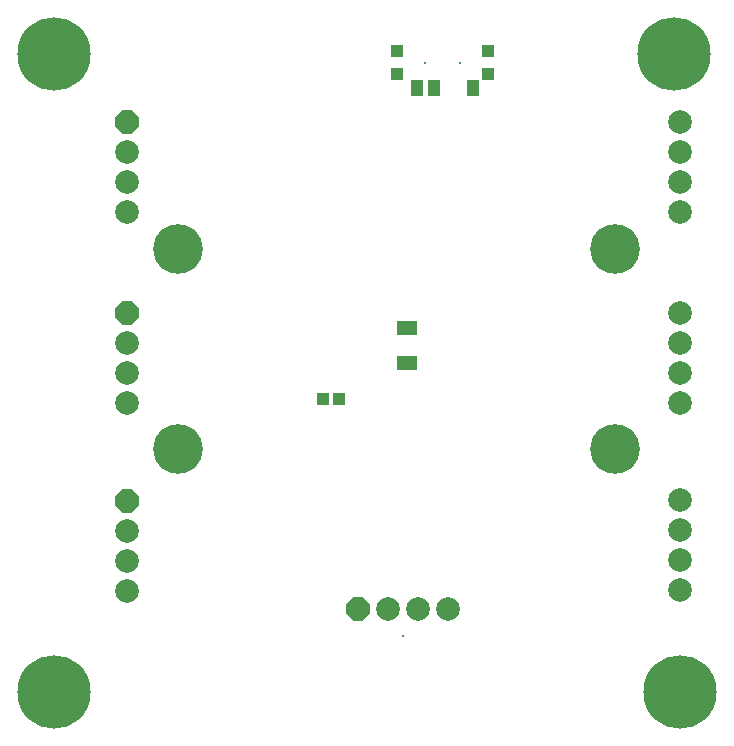
<source format=gts>
G04 Layer_Color=8388736*
%FSLAX44Y44*%
%MOMM*%
G71*
G01*
G75*
%ADD25R,1.0532X1.0532*%
%ADD26R,1.8032X1.2032*%
%ADD27R,1.0032X1.1032*%
%ADD28R,1.1032X1.4532*%
%ADD29P,2.1683X8X292.5*%
%ADD30C,2.0032*%
G04:AMPARAMS|DCode=31|XSize=0.2032mm|YSize=0.2032mm|CornerRadius=0mm|HoleSize=0mm|Usage=FLASHONLY|Rotation=0.000|XOffset=0mm|YOffset=0mm|HoleType=Round|Shape=RoundedRectangle|*
%AMROUNDEDRECTD31*
21,1,0.2032,0.2032,0,0,0.0*
21,1,0.2032,0.2032,0,0,0.0*
1,1,0.0000,0.1016,-0.1016*
1,1,0.0000,-0.1016,-0.1016*
1,1,0.0000,-0.1016,0.1016*
1,1,0.0000,0.1016,0.1016*
%
%ADD31ROUNDEDRECTD31*%
%ADD32P,2.1683X8X22.5*%
%ADD33C,0.2032*%
%ADD34C,4.2032*%
%ADD35C,6.2032*%
D25*
X281250Y298000D02*
D03*
X267250D02*
D03*
D26*
X339000Y358000D02*
D03*
Y328000D02*
D03*
D27*
X407510Y572500D02*
D03*
Y592500D02*
D03*
X330510Y572500D02*
D03*
Y592500D02*
D03*
D28*
X347010Y560750D02*
D03*
X362010D02*
D03*
X395010D02*
D03*
D29*
X102000Y370850D02*
D03*
X102000Y532600D02*
D03*
X102000Y211650D02*
D03*
D30*
Y345450D02*
D03*
Y320050D02*
D03*
Y294650D02*
D03*
X570000Y345450D02*
D03*
Y320050D02*
D03*
Y294650D02*
D03*
Y370850D02*
D03*
X102000Y507200D02*
D03*
Y481800D02*
D03*
Y456400D02*
D03*
X322300Y120000D02*
D03*
X347700D02*
D03*
X373100D02*
D03*
X570000Y507050D02*
D03*
Y481650D02*
D03*
Y456250D02*
D03*
Y532450D02*
D03*
X102000Y186250D02*
D03*
Y160850D02*
D03*
Y135450D02*
D03*
X570000Y211900D02*
D03*
Y135700D02*
D03*
Y161100D02*
D03*
Y186500D02*
D03*
D31*
X335000Y97200D02*
D03*
D32*
X296900Y120000D02*
D03*
D33*
X384010Y582500D02*
D03*
X354010D02*
D03*
D34*
X515000Y255000D02*
D03*
Y425000D02*
D03*
X145000D02*
D03*
Y255000D02*
D03*
D35*
X570000Y50000D02*
D03*
X40000D02*
D03*
Y590000D02*
D03*
X565000D02*
D03*
M02*

</source>
